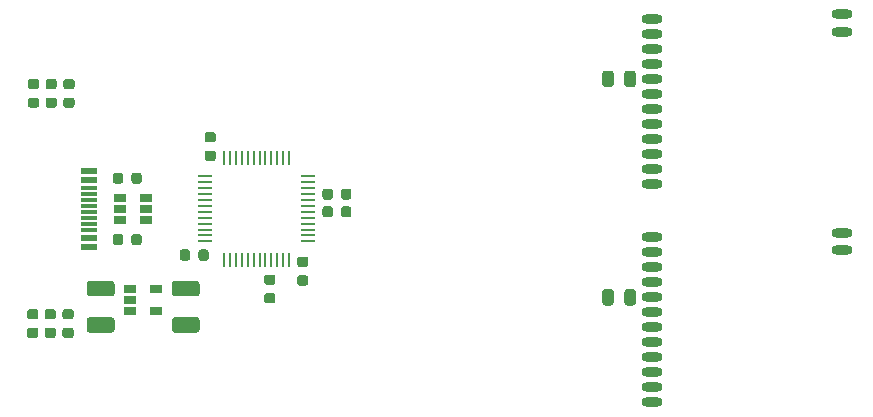
<source format=gbr>
G04 #@! TF.GenerationSoftware,KiCad,Pcbnew,5.1.8-db9833491~87~ubuntu20.04.1*
G04 #@! TF.CreationDate,2020-11-19T09:14:22+01:00*
G04 #@! TF.ProjectId,garfield,67617266-6965-46c6-942e-6b696361645f,v1.0*
G04 #@! TF.SameCoordinates,Original*
G04 #@! TF.FileFunction,Paste,Top*
G04 #@! TF.FilePolarity,Positive*
%FSLAX46Y46*%
G04 Gerber Fmt 4.6, Leading zero omitted, Abs format (unit mm)*
G04 Created by KiCad (PCBNEW 5.1.8-db9833491~87~ubuntu20.04.1) date 2020-11-19 09:14:22*
%MOMM*%
%LPD*%
G01*
G04 APERTURE LIST*
%ADD10R,1.300000X0.250000*%
%ADD11R,0.250000X1.300000*%
%ADD12R,1.060000X0.650000*%
%ADD13R,1.450000X0.600000*%
%ADD14R,1.450000X0.300000*%
%ADD15O,1.800000X0.800000*%
G04 APERTURE END LIST*
D10*
X145350000Y-116250000D03*
X145350000Y-115750000D03*
X145350000Y-115250000D03*
X145350000Y-114750000D03*
X145350000Y-114250000D03*
X145350000Y-113750000D03*
X145350000Y-113250000D03*
X145350000Y-112750000D03*
X145350000Y-112250000D03*
X145350000Y-111750000D03*
X145350000Y-111250000D03*
X145350000Y-110750000D03*
D11*
X143750000Y-109150000D03*
X143250000Y-109150000D03*
X142750000Y-109150000D03*
X142250000Y-109150000D03*
X141750000Y-109150000D03*
X141250000Y-109150000D03*
X140750000Y-109150000D03*
X140250000Y-109150000D03*
X139750000Y-109150000D03*
X139250000Y-109150000D03*
X138750000Y-109150000D03*
X138250000Y-109150000D03*
D10*
X136650000Y-110750000D03*
X136650000Y-111250000D03*
X136650000Y-111750000D03*
X136650000Y-112250000D03*
X136650000Y-112750000D03*
X136650000Y-113250000D03*
X136650000Y-113750000D03*
X136650000Y-114250000D03*
X136650000Y-114750000D03*
X136650000Y-115250000D03*
X136650000Y-115750000D03*
X136650000Y-116250000D03*
D11*
X138250000Y-117850000D03*
X138750000Y-117850000D03*
X139250000Y-117850000D03*
X139750000Y-117850000D03*
X140250000Y-117850000D03*
X140750000Y-117850000D03*
X141250000Y-117850000D03*
X141750000Y-117850000D03*
X142250000Y-117850000D03*
X142750000Y-117850000D03*
X143250000Y-117850000D03*
X143750000Y-117850000D03*
G36*
G01*
X131275000Y-110643750D02*
X131275000Y-111156250D01*
G75*
G02*
X131056250Y-111375000I-218750J0D01*
G01*
X130618750Y-111375000D01*
G75*
G02*
X130400000Y-111156250I0J218750D01*
G01*
X130400000Y-110643750D01*
G75*
G02*
X130618750Y-110425000I218750J0D01*
G01*
X131056250Y-110425000D01*
G75*
G02*
X131275000Y-110643750I0J-218750D01*
G01*
G37*
G36*
G01*
X129700000Y-110643750D02*
X129700000Y-111156250D01*
G75*
G02*
X129481250Y-111375000I-218750J0D01*
G01*
X129043750Y-111375000D01*
G75*
G02*
X128825000Y-111156250I0J218750D01*
G01*
X128825000Y-110643750D01*
G75*
G02*
X129043750Y-110425000I218750J0D01*
G01*
X129481250Y-110425000D01*
G75*
G02*
X129700000Y-110643750I0J-218750D01*
G01*
G37*
G36*
G01*
X126874999Y-122665000D02*
X128725001Y-122665000D01*
G75*
G02*
X128975000Y-122914999I0J-249999D01*
G01*
X128975000Y-123740001D01*
G75*
G02*
X128725001Y-123990000I-249999J0D01*
G01*
X126874999Y-123990000D01*
G75*
G02*
X126625000Y-123740001I0J249999D01*
G01*
X126625000Y-122914999D01*
G75*
G02*
X126874999Y-122665000I249999J0D01*
G01*
G37*
G36*
G01*
X126874999Y-119590000D02*
X128725001Y-119590000D01*
G75*
G02*
X128975000Y-119839999I0J-249999D01*
G01*
X128975000Y-120665001D01*
G75*
G02*
X128725001Y-120915000I-249999J0D01*
G01*
X126874999Y-120915000D01*
G75*
G02*
X126625000Y-120665001I0J249999D01*
G01*
X126625000Y-119839999D01*
G75*
G02*
X126874999Y-119590000I249999J0D01*
G01*
G37*
G36*
G01*
X134074999Y-119587500D02*
X135925001Y-119587500D01*
G75*
G02*
X136175000Y-119837499I0J-249999D01*
G01*
X136175000Y-120662501D01*
G75*
G02*
X135925001Y-120912500I-249999J0D01*
G01*
X134074999Y-120912500D01*
G75*
G02*
X133825000Y-120662501I0J249999D01*
G01*
X133825000Y-119837499D01*
G75*
G02*
X134074999Y-119587500I249999J0D01*
G01*
G37*
G36*
G01*
X134074999Y-122662500D02*
X135925001Y-122662500D01*
G75*
G02*
X136175000Y-122912499I0J-249999D01*
G01*
X136175000Y-123737501D01*
G75*
G02*
X135925001Y-123987500I-249999J0D01*
G01*
X134074999Y-123987500D01*
G75*
G02*
X133825000Y-123737501I0J249999D01*
G01*
X133825000Y-122912499D01*
G75*
G02*
X134074999Y-122662500I249999J0D01*
G01*
G37*
G36*
G01*
X135370000Y-117153750D02*
X135370000Y-117666250D01*
G75*
G02*
X135151250Y-117885000I-218750J0D01*
G01*
X134713750Y-117885000D01*
G75*
G02*
X134495000Y-117666250I0J218750D01*
G01*
X134495000Y-117153750D01*
G75*
G02*
X134713750Y-116935000I218750J0D01*
G01*
X135151250Y-116935000D01*
G75*
G02*
X135370000Y-117153750I0J-218750D01*
G01*
G37*
G36*
G01*
X136945000Y-117153750D02*
X136945000Y-117666250D01*
G75*
G02*
X136726250Y-117885000I-218750J0D01*
G01*
X136288750Y-117885000D01*
G75*
G02*
X136070000Y-117666250I0J218750D01*
G01*
X136070000Y-117153750D01*
G75*
G02*
X136288750Y-116935000I218750J0D01*
G01*
X136726250Y-116935000D01*
G75*
G02*
X136945000Y-117153750I0J-218750D01*
G01*
G37*
G36*
G01*
X144653750Y-117545000D02*
X145166250Y-117545000D01*
G75*
G02*
X145385000Y-117763750I0J-218750D01*
G01*
X145385000Y-118201250D01*
G75*
G02*
X145166250Y-118420000I-218750J0D01*
G01*
X144653750Y-118420000D01*
G75*
G02*
X144435000Y-118201250I0J218750D01*
G01*
X144435000Y-117763750D01*
G75*
G02*
X144653750Y-117545000I218750J0D01*
G01*
G37*
G36*
G01*
X144653750Y-119120000D02*
X145166250Y-119120000D01*
G75*
G02*
X145385000Y-119338750I0J-218750D01*
G01*
X145385000Y-119776250D01*
G75*
G02*
X145166250Y-119995000I-218750J0D01*
G01*
X144653750Y-119995000D01*
G75*
G02*
X144435000Y-119776250I0J218750D01*
G01*
X144435000Y-119338750D01*
G75*
G02*
X144653750Y-119120000I218750J0D01*
G01*
G37*
G36*
G01*
X137336250Y-107870000D02*
X136823750Y-107870000D01*
G75*
G02*
X136605000Y-107651250I0J218750D01*
G01*
X136605000Y-107213750D01*
G75*
G02*
X136823750Y-106995000I218750J0D01*
G01*
X137336250Y-106995000D01*
G75*
G02*
X137555000Y-107213750I0J-218750D01*
G01*
X137555000Y-107651250D01*
G75*
G02*
X137336250Y-107870000I-218750J0D01*
G01*
G37*
G36*
G01*
X137336250Y-109445000D02*
X136823750Y-109445000D01*
G75*
G02*
X136605000Y-109226250I0J218750D01*
G01*
X136605000Y-108788750D01*
G75*
G02*
X136823750Y-108570000I218750J0D01*
G01*
X137336250Y-108570000D01*
G75*
G02*
X137555000Y-108788750I0J-218750D01*
G01*
X137555000Y-109226250D01*
G75*
G02*
X137336250Y-109445000I-218750J0D01*
G01*
G37*
G36*
G01*
X146575000Y-112506250D02*
X146575000Y-111993750D01*
G75*
G02*
X146793750Y-111775000I218750J0D01*
G01*
X147231250Y-111775000D01*
G75*
G02*
X147450000Y-111993750I0J-218750D01*
G01*
X147450000Y-112506250D01*
G75*
G02*
X147231250Y-112725000I-218750J0D01*
G01*
X146793750Y-112725000D01*
G75*
G02*
X146575000Y-112506250I0J218750D01*
G01*
G37*
G36*
G01*
X148150000Y-112506250D02*
X148150000Y-111993750D01*
G75*
G02*
X148368750Y-111775000I218750J0D01*
G01*
X148806250Y-111775000D01*
G75*
G02*
X149025000Y-111993750I0J-218750D01*
G01*
X149025000Y-112506250D01*
G75*
G02*
X148806250Y-112725000I-218750J0D01*
G01*
X148368750Y-112725000D01*
G75*
G02*
X148150000Y-112506250I0J218750D01*
G01*
G37*
G36*
G01*
X146575000Y-114006250D02*
X146575000Y-113493750D01*
G75*
G02*
X146793750Y-113275000I218750J0D01*
G01*
X147231250Y-113275000D01*
G75*
G02*
X147450000Y-113493750I0J-218750D01*
G01*
X147450000Y-114006250D01*
G75*
G02*
X147231250Y-114225000I-218750J0D01*
G01*
X146793750Y-114225000D01*
G75*
G02*
X146575000Y-114006250I0J218750D01*
G01*
G37*
G36*
G01*
X148150000Y-114006250D02*
X148150000Y-113493750D01*
G75*
G02*
X148368750Y-113275000I218750J0D01*
G01*
X148806250Y-113275000D01*
G75*
G02*
X149025000Y-113493750I0J-218750D01*
G01*
X149025000Y-114006250D01*
G75*
G02*
X148806250Y-114225000I-218750J0D01*
G01*
X148368750Y-114225000D01*
G75*
G02*
X148150000Y-114006250I0J218750D01*
G01*
G37*
G36*
G01*
X129700000Y-115843750D02*
X129700000Y-116356250D01*
G75*
G02*
X129481250Y-116575000I-218750J0D01*
G01*
X129043750Y-116575000D01*
G75*
G02*
X128825000Y-116356250I0J218750D01*
G01*
X128825000Y-115843750D01*
G75*
G02*
X129043750Y-115625000I218750J0D01*
G01*
X129481250Y-115625000D01*
G75*
G02*
X129700000Y-115843750I0J-218750D01*
G01*
G37*
G36*
G01*
X131275000Y-115843750D02*
X131275000Y-116356250D01*
G75*
G02*
X131056250Y-116575000I-218750J0D01*
G01*
X130618750Y-116575000D01*
G75*
G02*
X130400000Y-116356250I0J218750D01*
G01*
X130400000Y-115843750D01*
G75*
G02*
X130618750Y-115625000I218750J0D01*
G01*
X131056250Y-115625000D01*
G75*
G02*
X131275000Y-115843750I0J-218750D01*
G01*
G37*
G36*
G01*
X141853750Y-119055000D02*
X142366250Y-119055000D01*
G75*
G02*
X142585000Y-119273750I0J-218750D01*
G01*
X142585000Y-119711250D01*
G75*
G02*
X142366250Y-119930000I-218750J0D01*
G01*
X141853750Y-119930000D01*
G75*
G02*
X141635000Y-119711250I0J218750D01*
G01*
X141635000Y-119273750D01*
G75*
G02*
X141853750Y-119055000I218750J0D01*
G01*
G37*
G36*
G01*
X141853750Y-120630000D02*
X142366250Y-120630000D01*
G75*
G02*
X142585000Y-120848750I0J-218750D01*
G01*
X142585000Y-121286250D01*
G75*
G02*
X142366250Y-121505000I-218750J0D01*
G01*
X141853750Y-121505000D01*
G75*
G02*
X141635000Y-121286250I0J218750D01*
G01*
X141635000Y-120848750D01*
G75*
G02*
X141853750Y-120630000I218750J0D01*
G01*
G37*
G36*
G01*
X122366250Y-104945000D02*
X121853750Y-104945000D01*
G75*
G02*
X121635000Y-104726250I0J218750D01*
G01*
X121635000Y-104288750D01*
G75*
G02*
X121853750Y-104070000I218750J0D01*
G01*
X122366250Y-104070000D01*
G75*
G02*
X122585000Y-104288750I0J-218750D01*
G01*
X122585000Y-104726250D01*
G75*
G02*
X122366250Y-104945000I-218750J0D01*
G01*
G37*
G36*
G01*
X122366250Y-103370000D02*
X121853750Y-103370000D01*
G75*
G02*
X121635000Y-103151250I0J218750D01*
G01*
X121635000Y-102713750D01*
G75*
G02*
X121853750Y-102495000I218750J0D01*
G01*
X122366250Y-102495000D01*
G75*
G02*
X122585000Y-102713750I0J-218750D01*
G01*
X122585000Y-103151250D01*
G75*
G02*
X122366250Y-103370000I-218750J0D01*
G01*
G37*
G36*
G01*
X123866250Y-103370000D02*
X123353750Y-103370000D01*
G75*
G02*
X123135000Y-103151250I0J218750D01*
G01*
X123135000Y-102713750D01*
G75*
G02*
X123353750Y-102495000I218750J0D01*
G01*
X123866250Y-102495000D01*
G75*
G02*
X124085000Y-102713750I0J-218750D01*
G01*
X124085000Y-103151250D01*
G75*
G02*
X123866250Y-103370000I-218750J0D01*
G01*
G37*
G36*
G01*
X123866250Y-104945000D02*
X123353750Y-104945000D01*
G75*
G02*
X123135000Y-104726250I0J218750D01*
G01*
X123135000Y-104288750D01*
G75*
G02*
X123353750Y-104070000I218750J0D01*
G01*
X123866250Y-104070000D01*
G75*
G02*
X124085000Y-104288750I0J-218750D01*
G01*
X124085000Y-104726250D01*
G75*
G02*
X123866250Y-104945000I-218750J0D01*
G01*
G37*
G36*
G01*
X125366250Y-104945000D02*
X124853750Y-104945000D01*
G75*
G02*
X124635000Y-104726250I0J218750D01*
G01*
X124635000Y-104288750D01*
G75*
G02*
X124853750Y-104070000I218750J0D01*
G01*
X125366250Y-104070000D01*
G75*
G02*
X125585000Y-104288750I0J-218750D01*
G01*
X125585000Y-104726250D01*
G75*
G02*
X125366250Y-104945000I-218750J0D01*
G01*
G37*
G36*
G01*
X125366250Y-103370000D02*
X124853750Y-103370000D01*
G75*
G02*
X124635000Y-103151250I0J218750D01*
G01*
X124635000Y-102713750D01*
G75*
G02*
X124853750Y-102495000I218750J0D01*
G01*
X125366250Y-102495000D01*
G75*
G02*
X125585000Y-102713750I0J-218750D01*
G01*
X125585000Y-103151250D01*
G75*
G02*
X125366250Y-103370000I-218750J0D01*
G01*
G37*
G36*
G01*
X124783750Y-123560000D02*
X125296250Y-123560000D01*
G75*
G02*
X125515000Y-123778750I0J-218750D01*
G01*
X125515000Y-124216250D01*
G75*
G02*
X125296250Y-124435000I-218750J0D01*
G01*
X124783750Y-124435000D01*
G75*
G02*
X124565000Y-124216250I0J218750D01*
G01*
X124565000Y-123778750D01*
G75*
G02*
X124783750Y-123560000I218750J0D01*
G01*
G37*
G36*
G01*
X124783750Y-121985000D02*
X125296250Y-121985000D01*
G75*
G02*
X125515000Y-122203750I0J-218750D01*
G01*
X125515000Y-122641250D01*
G75*
G02*
X125296250Y-122860000I-218750J0D01*
G01*
X124783750Y-122860000D01*
G75*
G02*
X124565000Y-122641250I0J218750D01*
G01*
X124565000Y-122203750D01*
G75*
G02*
X124783750Y-121985000I218750J0D01*
G01*
G37*
D12*
X130300000Y-120250000D03*
X130300000Y-121200000D03*
X130300000Y-122150000D03*
X132500000Y-122150000D03*
X132500000Y-120250000D03*
X131600000Y-114450000D03*
X131600000Y-113500000D03*
X131600000Y-112550000D03*
X129400000Y-112550000D03*
X129400000Y-114450000D03*
X129400000Y-113500000D03*
G36*
G01*
X123273750Y-121985000D02*
X123786250Y-121985000D01*
G75*
G02*
X124005000Y-122203750I0J-218750D01*
G01*
X124005000Y-122641250D01*
G75*
G02*
X123786250Y-122860000I-218750J0D01*
G01*
X123273750Y-122860000D01*
G75*
G02*
X123055000Y-122641250I0J218750D01*
G01*
X123055000Y-122203750D01*
G75*
G02*
X123273750Y-121985000I218750J0D01*
G01*
G37*
G36*
G01*
X123273750Y-123560000D02*
X123786250Y-123560000D01*
G75*
G02*
X124005000Y-123778750I0J-218750D01*
G01*
X124005000Y-124216250D01*
G75*
G02*
X123786250Y-124435000I-218750J0D01*
G01*
X123273750Y-124435000D01*
G75*
G02*
X123055000Y-124216250I0J218750D01*
G01*
X123055000Y-123778750D01*
G75*
G02*
X123273750Y-123560000I218750J0D01*
G01*
G37*
G36*
G01*
X121783750Y-123560000D02*
X122296250Y-123560000D01*
G75*
G02*
X122515000Y-123778750I0J-218750D01*
G01*
X122515000Y-124216250D01*
G75*
G02*
X122296250Y-124435000I-218750J0D01*
G01*
X121783750Y-124435000D01*
G75*
G02*
X121565000Y-124216250I0J218750D01*
G01*
X121565000Y-123778750D01*
G75*
G02*
X121783750Y-123560000I218750J0D01*
G01*
G37*
G36*
G01*
X121783750Y-121985000D02*
X122296250Y-121985000D01*
G75*
G02*
X122515000Y-122203750I0J-218750D01*
G01*
X122515000Y-122641250D01*
G75*
G02*
X122296250Y-122860000I-218750J0D01*
G01*
X121783750Y-122860000D01*
G75*
G02*
X121565000Y-122641250I0J218750D01*
G01*
X121565000Y-122203750D01*
G75*
G02*
X121783750Y-121985000I218750J0D01*
G01*
G37*
G36*
G01*
X173115000Y-102033750D02*
X173115000Y-102946250D01*
G75*
G02*
X172871250Y-103190000I-243750J0D01*
G01*
X172383750Y-103190000D01*
G75*
G02*
X172140000Y-102946250I0J243750D01*
G01*
X172140000Y-102033750D01*
G75*
G02*
X172383750Y-101790000I243750J0D01*
G01*
X172871250Y-101790000D01*
G75*
G02*
X173115000Y-102033750I0J-243750D01*
G01*
G37*
G36*
G01*
X171240000Y-102033750D02*
X171240000Y-102946250D01*
G75*
G02*
X170996250Y-103190000I-243750J0D01*
G01*
X170508750Y-103190000D01*
G75*
G02*
X170265000Y-102946250I0J243750D01*
G01*
X170265000Y-102033750D01*
G75*
G02*
X170508750Y-101790000I243750J0D01*
G01*
X170996250Y-101790000D01*
G75*
G02*
X171240000Y-102033750I0J-243750D01*
G01*
G37*
G36*
G01*
X171240000Y-120533750D02*
X171240000Y-121446250D01*
G75*
G02*
X170996250Y-121690000I-243750J0D01*
G01*
X170508750Y-121690000D01*
G75*
G02*
X170265000Y-121446250I0J243750D01*
G01*
X170265000Y-120533750D01*
G75*
G02*
X170508750Y-120290000I243750J0D01*
G01*
X170996250Y-120290000D01*
G75*
G02*
X171240000Y-120533750I0J-243750D01*
G01*
G37*
G36*
G01*
X173115000Y-120533750D02*
X173115000Y-121446250D01*
G75*
G02*
X172871250Y-121690000I-243750J0D01*
G01*
X172383750Y-121690000D01*
G75*
G02*
X172140000Y-121446250I0J243750D01*
G01*
X172140000Y-120533750D01*
G75*
G02*
X172383750Y-120290000I243750J0D01*
G01*
X172871250Y-120290000D01*
G75*
G02*
X173115000Y-120533750I0J-243750D01*
G01*
G37*
D13*
X126845000Y-116750000D03*
X126845000Y-115950000D03*
X126845000Y-111050000D03*
X126845000Y-110250000D03*
X126845000Y-110250000D03*
X126845000Y-111050000D03*
X126845000Y-115950000D03*
X126845000Y-116750000D03*
D14*
X126845000Y-111750000D03*
X126845000Y-112250000D03*
X126845000Y-112750000D03*
X126845000Y-113750000D03*
X126845000Y-114250000D03*
X126845000Y-114750000D03*
X126845000Y-115250000D03*
X126845000Y-113250000D03*
D15*
X190550000Y-98500000D03*
X190550000Y-97000000D03*
X174450000Y-111375000D03*
X174450000Y-110105000D03*
X174450000Y-108835000D03*
X174450000Y-107565000D03*
X174450000Y-106295000D03*
X174450000Y-105025000D03*
X174450000Y-103755000D03*
X174450000Y-102485000D03*
X174450000Y-101215000D03*
X174450000Y-99945000D03*
X174450000Y-98675000D03*
X174450000Y-97405000D03*
X174450000Y-115905000D03*
X174450000Y-117175000D03*
X174450000Y-118445000D03*
X174450000Y-119715000D03*
X174450000Y-120985000D03*
X174450000Y-122255000D03*
X174450000Y-123525000D03*
X174450000Y-124795000D03*
X174450000Y-126065000D03*
X174450000Y-127335000D03*
X174450000Y-128605000D03*
X174450000Y-129875000D03*
X190550000Y-115500000D03*
X190550000Y-117000000D03*
M02*

</source>
